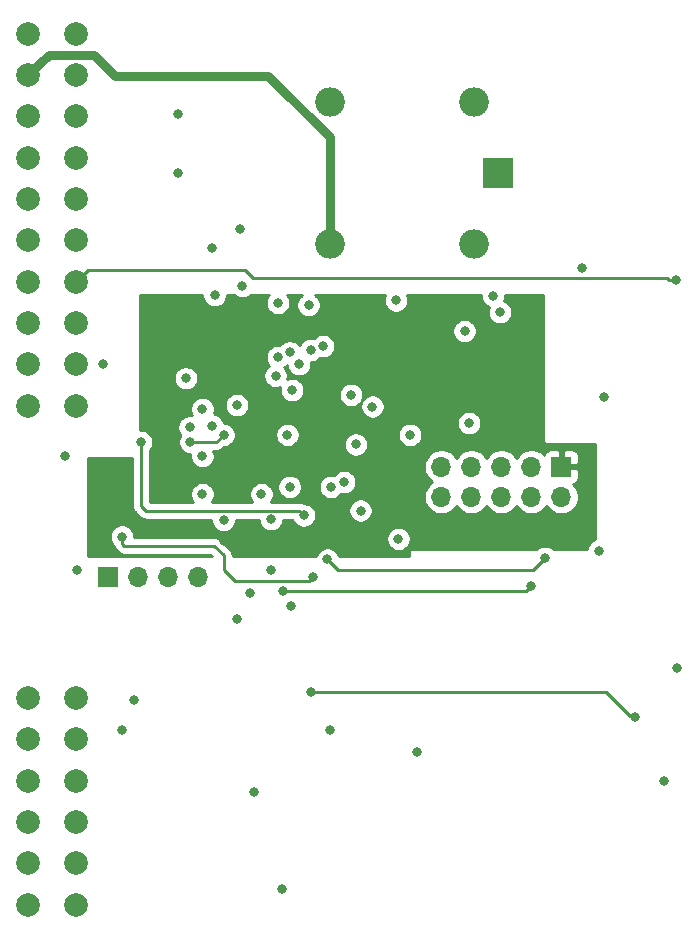
<source format=gbr>
G04 #@! TF.GenerationSoftware,KiCad,Pcbnew,(5.1.5)-3*
G04 #@! TF.CreationDate,2020-05-03T19:08:43+01:00*
G04 #@! TF.ProjectId,Isolator CAN SMT v2,49736f6c-6174-46f7-9220-43414e20534d,rev?*
G04 #@! TF.SameCoordinates,Original*
G04 #@! TF.FileFunction,Copper,L3,Inr*
G04 #@! TF.FilePolarity,Positive*
%FSLAX46Y46*%
G04 Gerber Fmt 4.6, Leading zero omitted, Abs format (unit mm)*
G04 Created by KiCad (PCBNEW (5.1.5)-3) date 2020-05-03 19:08:43*
%MOMM*%
%LPD*%
G04 APERTURE LIST*
%ADD10C,2.000000*%
%ADD11O,2.500000X2.500000*%
%ADD12R,2.500000X2.500000*%
%ADD13O,1.700000X1.700000*%
%ADD14R,1.700000X1.700000*%
%ADD15C,0.800000*%
%ADD16C,0.250000*%
%ADD17C,0.750000*%
%ADD18C,0.254000*%
G04 APERTURE END LIST*
D10*
X112080000Y-70110000D03*
X112080000Y-59610000D03*
X112080000Y-73610000D03*
X112080000Y-87610000D03*
X112080000Y-63110000D03*
X112080000Y-77110000D03*
X112080000Y-84110000D03*
X112080000Y-91110000D03*
X112080000Y-80610000D03*
X112080000Y-66610000D03*
X108080000Y-63110000D03*
X108080000Y-66610000D03*
X108080000Y-70110000D03*
X108080000Y-73610000D03*
X108080000Y-77110000D03*
X108080000Y-80610000D03*
X108080000Y-84110000D03*
X108080000Y-87610000D03*
X108080000Y-59610000D03*
X108080000Y-91110000D03*
X108080000Y-133380000D03*
X108080000Y-129880000D03*
X108080000Y-126380000D03*
X108080000Y-122880000D03*
X108080000Y-119380000D03*
X108080000Y-115880000D03*
X112080000Y-133380000D03*
X112080000Y-129880000D03*
X112080000Y-126380000D03*
X112080000Y-122880000D03*
X112080000Y-119380000D03*
X112080000Y-115880000D03*
D11*
X145800000Y-77400000D03*
X133600000Y-77400000D03*
X133600000Y-65400000D03*
X145800000Y-65400000D03*
D12*
X147800000Y-71400000D03*
D13*
X122420000Y-105600000D03*
X119880000Y-105600000D03*
X117340000Y-105600000D03*
D14*
X114800000Y-105600000D03*
X153200000Y-96300000D03*
D13*
X153200000Y-98840000D03*
X150660000Y-96300000D03*
X150660000Y-98840000D03*
X148120000Y-96300000D03*
X148120000Y-98840000D03*
X145580000Y-96300000D03*
X145580000Y-98840000D03*
X143040000Y-96300000D03*
X143040000Y-98840000D03*
D15*
X162914500Y-80485500D03*
X154927000Y-79449000D03*
X156800000Y-90400000D03*
X156400000Y-103400000D03*
X163000000Y-113350000D03*
X161912500Y-122912500D03*
X135800000Y-94400000D03*
X145400000Y-92600000D03*
X145000000Y-84800000D03*
X129187500Y-82412500D03*
X123850000Y-81750000D03*
X139200002Y-82200000D03*
X128600000Y-105000000D03*
X112200000Y-105000000D03*
X127800000Y-98600000D03*
X122800000Y-98600000D03*
X136200500Y-100000500D03*
X121400000Y-88800000D03*
X123612500Y-77787500D03*
X120750000Y-66450000D03*
X120750000Y-71450000D03*
X129996000Y-93596000D03*
X121732530Y-92949989D03*
X126200000Y-81000000D03*
X130200008Y-86600000D03*
X138931500Y-95668500D03*
X126200000Y-84000000D03*
X135600002Y-82200000D03*
X124600000Y-102600000D03*
X119200000Y-101400000D03*
X127000000Y-95000000D03*
X122800000Y-96800000D03*
X138000000Y-100000000D03*
X147500000Y-91100000D03*
X121200000Y-87400000D03*
X126800000Y-107000000D03*
X127200000Y-123800000D03*
X131000000Y-87600000D03*
X126000000Y-76200000D03*
X129000000Y-88600000D03*
X128600000Y-100725010D03*
X137200000Y-91200000D03*
X139400000Y-102400000D03*
X125732738Y-91074990D03*
X125732738Y-109200000D03*
X130200000Y-98000000D03*
X130325001Y-108074999D03*
X124600000Y-93600000D03*
X121800000Y-94200002D03*
X131800000Y-82600000D03*
X151800000Y-104000000D03*
X133397990Y-104136441D03*
X129200000Y-87000000D03*
X129600000Y-106800000D03*
X150600000Y-106400000D03*
X130400000Y-89800000D03*
X131400000Y-100400000D03*
X117600000Y-94200000D03*
X133000000Y-86075000D03*
X132200000Y-105600000D03*
X116000000Y-102200000D03*
X132000000Y-86400000D03*
X132000000Y-115400000D03*
X159412500Y-117437500D03*
X140400000Y-93600000D03*
X141000000Y-120400000D03*
X135400000Y-90200000D03*
X148000000Y-83200000D03*
X133675000Y-98000000D03*
X133600000Y-118600000D03*
X134800000Y-97600000D03*
X129510000Y-132000000D03*
X114400000Y-87600000D03*
X123600000Y-92800000D03*
X124600000Y-100800000D03*
X122800000Y-91400000D03*
X122800000Y-95400000D03*
X111200000Y-95400000D03*
X147400000Y-81800000D03*
X116000000Y-118600000D03*
X117000000Y-116000000D03*
D16*
X162914500Y-80485500D02*
X162348815Y-80485500D01*
X162138314Y-80274999D02*
X127074999Y-80274999D01*
X162348815Y-80485500D02*
X162138314Y-80274999D01*
X127074999Y-80274999D02*
X126400000Y-79600000D01*
X113090000Y-79600000D02*
X112080000Y-80610000D01*
X126400000Y-79600000D02*
X113090000Y-79600000D01*
X124600000Y-93600000D02*
X123999998Y-94200002D01*
X123999998Y-94200002D02*
X121800000Y-94200002D01*
X134261549Y-105000000D02*
X133397990Y-104136441D01*
X151800000Y-104000000D02*
X150800000Y-105000000D01*
X150800000Y-105000000D02*
X134261549Y-105000000D01*
X129600000Y-106800000D02*
X150200000Y-106800000D01*
X150200000Y-106800000D02*
X150600000Y-106400000D01*
X131000000Y-100000000D02*
X131400000Y-100400000D01*
X118000000Y-100000000D02*
X131000000Y-100000000D01*
X117600000Y-94200000D02*
X117600000Y-99600000D01*
X117600000Y-99600000D02*
X118000000Y-100000000D01*
X116000000Y-102800000D02*
X116000000Y-102200000D01*
X116200000Y-103000000D02*
X116000000Y-102800000D01*
X123800000Y-103000000D02*
X116200000Y-103000000D01*
X131800000Y-106000000D02*
X125600000Y-106000000D01*
X132200000Y-105600000D02*
X131800000Y-106000000D01*
X125600000Y-106000000D02*
X124600000Y-105000000D01*
X124600000Y-105000000D02*
X124600000Y-103800000D01*
X124600000Y-103800000D02*
X123800000Y-103000000D01*
X132000000Y-115400000D02*
X157000000Y-115400000D01*
X157000000Y-115400000D02*
X159000000Y-117400000D01*
X159000000Y-117400000D02*
X159375000Y-117400000D01*
X159375000Y-117400000D02*
X159412500Y-117437500D01*
D17*
X109790000Y-61400000D02*
X109079999Y-62110001D01*
X115400000Y-63200000D02*
X113600000Y-61400000D01*
X109079999Y-62110001D02*
X108080000Y-63110000D01*
X113600000Y-61400000D02*
X109790000Y-61400000D01*
X133600000Y-77400000D02*
X133600000Y-68400000D01*
X133600000Y-68400000D02*
X128400000Y-63200000D01*
X128400000Y-63200000D02*
X115400000Y-63200000D01*
D18*
G36*
X122815000Y-81851939D02*
G01*
X122854774Y-82051898D01*
X122932795Y-82240256D01*
X123046063Y-82409774D01*
X123190226Y-82553937D01*
X123359744Y-82667205D01*
X123548102Y-82745226D01*
X123748061Y-82785000D01*
X123951939Y-82785000D01*
X124151898Y-82745226D01*
X124340256Y-82667205D01*
X124509774Y-82553937D01*
X124653937Y-82409774D01*
X124767205Y-82240256D01*
X124845226Y-82051898D01*
X124885000Y-81851939D01*
X124885000Y-81727000D01*
X125463289Y-81727000D01*
X125540226Y-81803937D01*
X125709744Y-81917205D01*
X125898102Y-81995226D01*
X126098061Y-82035000D01*
X126301939Y-82035000D01*
X126501898Y-81995226D01*
X126690256Y-81917205D01*
X126859774Y-81803937D01*
X126936711Y-81727000D01*
X128409289Y-81727000D01*
X128383563Y-81752726D01*
X128270295Y-81922244D01*
X128192274Y-82110602D01*
X128152500Y-82310561D01*
X128152500Y-82514439D01*
X128192274Y-82714398D01*
X128270295Y-82902756D01*
X128383563Y-83072274D01*
X128527726Y-83216437D01*
X128697244Y-83329705D01*
X128885602Y-83407726D01*
X129085561Y-83447500D01*
X129289439Y-83447500D01*
X129489398Y-83407726D01*
X129677756Y-83329705D01*
X129847274Y-83216437D01*
X129991437Y-83072274D01*
X130104705Y-82902756D01*
X130182726Y-82714398D01*
X130222500Y-82514439D01*
X130222500Y-82310561D01*
X130182726Y-82110602D01*
X130104705Y-81922244D01*
X129991437Y-81752726D01*
X129965711Y-81727000D01*
X131243586Y-81727000D01*
X131140226Y-81796063D01*
X130996063Y-81940226D01*
X130882795Y-82109744D01*
X130804774Y-82298102D01*
X130765000Y-82498061D01*
X130765000Y-82701939D01*
X130804774Y-82901898D01*
X130882795Y-83090256D01*
X130996063Y-83259774D01*
X131140226Y-83403937D01*
X131309744Y-83517205D01*
X131498102Y-83595226D01*
X131698061Y-83635000D01*
X131901939Y-83635000D01*
X132101898Y-83595226D01*
X132290256Y-83517205D01*
X132459774Y-83403937D01*
X132603937Y-83259774D01*
X132717205Y-83090256D01*
X132795226Y-82901898D01*
X132835000Y-82701939D01*
X132835000Y-82498061D01*
X132795226Y-82298102D01*
X132717205Y-82109744D01*
X132603937Y-81940226D01*
X132459774Y-81796063D01*
X132356414Y-81727000D01*
X138275649Y-81727000D01*
X138204776Y-81898102D01*
X138165002Y-82098061D01*
X138165002Y-82301939D01*
X138204776Y-82501898D01*
X138282797Y-82690256D01*
X138396065Y-82859774D01*
X138540228Y-83003937D01*
X138709746Y-83117205D01*
X138898104Y-83195226D01*
X139098063Y-83235000D01*
X139301941Y-83235000D01*
X139501900Y-83195226D01*
X139690258Y-83117205D01*
X139859776Y-83003937D01*
X140003939Y-82859774D01*
X140117207Y-82690256D01*
X140195228Y-82501898D01*
X140235002Y-82301939D01*
X140235002Y-82098061D01*
X140195228Y-81898102D01*
X140124355Y-81727000D01*
X146365000Y-81727000D01*
X146365000Y-81901939D01*
X146404774Y-82101898D01*
X146482795Y-82290256D01*
X146596063Y-82459774D01*
X146740226Y-82603937D01*
X146909744Y-82717205D01*
X147054814Y-82777295D01*
X147004774Y-82898102D01*
X146965000Y-83098061D01*
X146965000Y-83301939D01*
X147004774Y-83501898D01*
X147082795Y-83690256D01*
X147196063Y-83859774D01*
X147340226Y-84003937D01*
X147509744Y-84117205D01*
X147698102Y-84195226D01*
X147898061Y-84235000D01*
X148101939Y-84235000D01*
X148301898Y-84195226D01*
X148490256Y-84117205D01*
X148659774Y-84003937D01*
X148803937Y-83859774D01*
X148917205Y-83690256D01*
X148995226Y-83501898D01*
X149035000Y-83301939D01*
X149035000Y-83098061D01*
X148995226Y-82898102D01*
X148917205Y-82709744D01*
X148803937Y-82540226D01*
X148659774Y-82396063D01*
X148490256Y-82282795D01*
X148345186Y-82222705D01*
X148395226Y-82101898D01*
X148435000Y-81901939D01*
X148435000Y-81727000D01*
X151673000Y-81727000D01*
X151673000Y-94200000D01*
X151675440Y-94224776D01*
X151682667Y-94248601D01*
X151694403Y-94270557D01*
X151710197Y-94289803D01*
X151729443Y-94305597D01*
X151751399Y-94317333D01*
X151775224Y-94324560D01*
X151800000Y-94327000D01*
X156073000Y-94327000D01*
X156073000Y-102415172D01*
X155909744Y-102482795D01*
X155740226Y-102596063D01*
X155596063Y-102740226D01*
X155482795Y-102909744D01*
X155404774Y-103098102D01*
X155369985Y-103273000D01*
X152536711Y-103273000D01*
X152459774Y-103196063D01*
X152290256Y-103082795D01*
X152101898Y-103004774D01*
X151901939Y-102965000D01*
X151698061Y-102965000D01*
X151498102Y-103004774D01*
X151309744Y-103082795D01*
X151140226Y-103196063D01*
X151063289Y-103273000D01*
X140400000Y-103273000D01*
X140375224Y-103275440D01*
X140351399Y-103282667D01*
X140329443Y-103294403D01*
X140310197Y-103310197D01*
X140294403Y-103329443D01*
X140282667Y-103351399D01*
X140275440Y-103375224D01*
X140273000Y-103400000D01*
X140273000Y-103873000D01*
X134400866Y-103873000D01*
X134393216Y-103834543D01*
X134315195Y-103646185D01*
X134201927Y-103476667D01*
X134057764Y-103332504D01*
X133888246Y-103219236D01*
X133699888Y-103141215D01*
X133499929Y-103101441D01*
X133296051Y-103101441D01*
X133096092Y-103141215D01*
X132907734Y-103219236D01*
X132738216Y-103332504D01*
X132594053Y-103476667D01*
X132480785Y-103646185D01*
X132402764Y-103834543D01*
X132395114Y-103873000D01*
X125360000Y-103873000D01*
X125360000Y-103837323D01*
X125363676Y-103800000D01*
X125360000Y-103762677D01*
X125360000Y-103762667D01*
X125349003Y-103651014D01*
X125305546Y-103507753D01*
X125234974Y-103375724D01*
X125140001Y-103259999D01*
X125111002Y-103236201D01*
X124363803Y-102489002D01*
X124340001Y-102459999D01*
X124224276Y-102365026D01*
X124098996Y-102298061D01*
X138365000Y-102298061D01*
X138365000Y-102501939D01*
X138404774Y-102701898D01*
X138482795Y-102890256D01*
X138596063Y-103059774D01*
X138740226Y-103203937D01*
X138909744Y-103317205D01*
X139098102Y-103395226D01*
X139298061Y-103435000D01*
X139501939Y-103435000D01*
X139701898Y-103395226D01*
X139890256Y-103317205D01*
X140059774Y-103203937D01*
X140203937Y-103059774D01*
X140317205Y-102890256D01*
X140395226Y-102701898D01*
X140435000Y-102501939D01*
X140435000Y-102298061D01*
X140395226Y-102098102D01*
X140317205Y-101909744D01*
X140203937Y-101740226D01*
X140059774Y-101596063D01*
X139890256Y-101482795D01*
X139701898Y-101404774D01*
X139501939Y-101365000D01*
X139298061Y-101365000D01*
X139098102Y-101404774D01*
X138909744Y-101482795D01*
X138740226Y-101596063D01*
X138596063Y-101740226D01*
X138482795Y-101909744D01*
X138404774Y-102098102D01*
X138365000Y-102298061D01*
X124098996Y-102298061D01*
X124092247Y-102294454D01*
X123948986Y-102250997D01*
X123837333Y-102240000D01*
X123837322Y-102240000D01*
X123800000Y-102236324D01*
X123762678Y-102240000D01*
X117035000Y-102240000D01*
X117035000Y-102098061D01*
X116995226Y-101898102D01*
X116917205Y-101709744D01*
X116803937Y-101540226D01*
X116659774Y-101396063D01*
X116490256Y-101282795D01*
X116301898Y-101204774D01*
X116101939Y-101165000D01*
X115898061Y-101165000D01*
X115698102Y-101204774D01*
X115509744Y-101282795D01*
X115340226Y-101396063D01*
X115196063Y-101540226D01*
X115082795Y-101709744D01*
X115004774Y-101898102D01*
X114965000Y-102098061D01*
X114965000Y-102301939D01*
X115004774Y-102501898D01*
X115082795Y-102690256D01*
X115196063Y-102859774D01*
X115247252Y-102910963D01*
X115250997Y-102948985D01*
X115284604Y-103059774D01*
X115294454Y-103092246D01*
X115365026Y-103224276D01*
X115404871Y-103272826D01*
X115459999Y-103340001D01*
X115489003Y-103363804D01*
X115636196Y-103510997D01*
X115659999Y-103540001D01*
X115775724Y-103634974D01*
X115907753Y-103705546D01*
X116051014Y-103749003D01*
X116162667Y-103760000D01*
X116162675Y-103760000D01*
X116200000Y-103763676D01*
X116237325Y-103760000D01*
X123485199Y-103760000D01*
X123598199Y-103873000D01*
X113127000Y-103873000D01*
X113127000Y-95527000D01*
X116840000Y-95527000D01*
X116840001Y-99562668D01*
X116836324Y-99600000D01*
X116850998Y-99748985D01*
X116894454Y-99892246D01*
X116965026Y-100024276D01*
X117033535Y-100107753D01*
X117060000Y-100140001D01*
X117088998Y-100163799D01*
X117436200Y-100511002D01*
X117459999Y-100540001D01*
X117575724Y-100634974D01*
X117707753Y-100705546D01*
X117851014Y-100749003D01*
X117962667Y-100760000D01*
X117962676Y-100760000D01*
X117999999Y-100763676D01*
X118037322Y-100760000D01*
X123565000Y-100760000D01*
X123565000Y-100901939D01*
X123604774Y-101101898D01*
X123682795Y-101290256D01*
X123796063Y-101459774D01*
X123940226Y-101603937D01*
X124109744Y-101717205D01*
X124298102Y-101795226D01*
X124498061Y-101835000D01*
X124701939Y-101835000D01*
X124901898Y-101795226D01*
X125090256Y-101717205D01*
X125259774Y-101603937D01*
X125403937Y-101459774D01*
X125517205Y-101290256D01*
X125595226Y-101101898D01*
X125635000Y-100901939D01*
X125635000Y-100760000D01*
X127565000Y-100760000D01*
X127565000Y-100826949D01*
X127604774Y-101026908D01*
X127682795Y-101215266D01*
X127796063Y-101384784D01*
X127940226Y-101528947D01*
X128109744Y-101642215D01*
X128298102Y-101720236D01*
X128498061Y-101760010D01*
X128701939Y-101760010D01*
X128901898Y-101720236D01*
X129090256Y-101642215D01*
X129259774Y-101528947D01*
X129403937Y-101384784D01*
X129517205Y-101215266D01*
X129595226Y-101026908D01*
X129635000Y-100826949D01*
X129635000Y-100760000D01*
X130428841Y-100760000D01*
X130482795Y-100890256D01*
X130596063Y-101059774D01*
X130740226Y-101203937D01*
X130909744Y-101317205D01*
X131098102Y-101395226D01*
X131298061Y-101435000D01*
X131501939Y-101435000D01*
X131701898Y-101395226D01*
X131890256Y-101317205D01*
X132059774Y-101203937D01*
X132203937Y-101059774D01*
X132317205Y-100890256D01*
X132395226Y-100701898D01*
X132435000Y-100501939D01*
X132435000Y-100298061D01*
X132395226Y-100098102D01*
X132317205Y-99909744D01*
X132309733Y-99898561D01*
X135165500Y-99898561D01*
X135165500Y-100102439D01*
X135205274Y-100302398D01*
X135283295Y-100490756D01*
X135396563Y-100660274D01*
X135540726Y-100804437D01*
X135710244Y-100917705D01*
X135898602Y-100995726D01*
X136098561Y-101035500D01*
X136302439Y-101035500D01*
X136502398Y-100995726D01*
X136690756Y-100917705D01*
X136860274Y-100804437D01*
X137004437Y-100660274D01*
X137117705Y-100490756D01*
X137195726Y-100302398D01*
X137235500Y-100102439D01*
X137235500Y-99898561D01*
X137195726Y-99698602D01*
X137117705Y-99510244D01*
X137004437Y-99340726D01*
X136860274Y-99196563D01*
X136690756Y-99083295D01*
X136502398Y-99005274D01*
X136302439Y-98965500D01*
X136098561Y-98965500D01*
X135898602Y-99005274D01*
X135710244Y-99083295D01*
X135540726Y-99196563D01*
X135396563Y-99340726D01*
X135283295Y-99510244D01*
X135205274Y-99698602D01*
X135165500Y-99898561D01*
X132309733Y-99898561D01*
X132203937Y-99740226D01*
X132059774Y-99596063D01*
X131890256Y-99482795D01*
X131701898Y-99404774D01*
X131501939Y-99365000D01*
X131424227Y-99365000D01*
X131292247Y-99294454D01*
X131148986Y-99250997D01*
X131037333Y-99240000D01*
X131037322Y-99240000D01*
X131000000Y-99236324D01*
X130962678Y-99240000D01*
X128617150Y-99240000D01*
X128717205Y-99090256D01*
X128795226Y-98901898D01*
X128835000Y-98701939D01*
X128835000Y-98498061D01*
X128795226Y-98298102D01*
X128717205Y-98109744D01*
X128603937Y-97940226D01*
X128561772Y-97898061D01*
X129165000Y-97898061D01*
X129165000Y-98101939D01*
X129204774Y-98301898D01*
X129282795Y-98490256D01*
X129396063Y-98659774D01*
X129540226Y-98803937D01*
X129709744Y-98917205D01*
X129898102Y-98995226D01*
X130098061Y-99035000D01*
X130301939Y-99035000D01*
X130501898Y-98995226D01*
X130690256Y-98917205D01*
X130859774Y-98803937D01*
X131003937Y-98659774D01*
X131117205Y-98490256D01*
X131195226Y-98301898D01*
X131235000Y-98101939D01*
X131235000Y-97898061D01*
X132640000Y-97898061D01*
X132640000Y-98101939D01*
X132679774Y-98301898D01*
X132757795Y-98490256D01*
X132871063Y-98659774D01*
X133015226Y-98803937D01*
X133184744Y-98917205D01*
X133373102Y-98995226D01*
X133573061Y-99035000D01*
X133776939Y-99035000D01*
X133976898Y-98995226D01*
X134165256Y-98917205D01*
X134334774Y-98803937D01*
X134478937Y-98659774D01*
X134519255Y-98599434D01*
X134698061Y-98635000D01*
X134901939Y-98635000D01*
X135101898Y-98595226D01*
X135290256Y-98517205D01*
X135459774Y-98403937D01*
X135603937Y-98259774D01*
X135717205Y-98090256D01*
X135795226Y-97901898D01*
X135835000Y-97701939D01*
X135835000Y-97498061D01*
X135795226Y-97298102D01*
X135717205Y-97109744D01*
X135603937Y-96940226D01*
X135459774Y-96796063D01*
X135290256Y-96682795D01*
X135101898Y-96604774D01*
X134901939Y-96565000D01*
X134698061Y-96565000D01*
X134498102Y-96604774D01*
X134309744Y-96682795D01*
X134140226Y-96796063D01*
X133996063Y-96940226D01*
X133955745Y-97000566D01*
X133776939Y-96965000D01*
X133573061Y-96965000D01*
X133373102Y-97004774D01*
X133184744Y-97082795D01*
X133015226Y-97196063D01*
X132871063Y-97340226D01*
X132757795Y-97509744D01*
X132679774Y-97698102D01*
X132640000Y-97898061D01*
X131235000Y-97898061D01*
X131195226Y-97698102D01*
X131117205Y-97509744D01*
X131003937Y-97340226D01*
X130859774Y-97196063D01*
X130690256Y-97082795D01*
X130501898Y-97004774D01*
X130301939Y-96965000D01*
X130098061Y-96965000D01*
X129898102Y-97004774D01*
X129709744Y-97082795D01*
X129540226Y-97196063D01*
X129396063Y-97340226D01*
X129282795Y-97509744D01*
X129204774Y-97698102D01*
X129165000Y-97898061D01*
X128561772Y-97898061D01*
X128459774Y-97796063D01*
X128290256Y-97682795D01*
X128101898Y-97604774D01*
X127901939Y-97565000D01*
X127698061Y-97565000D01*
X127498102Y-97604774D01*
X127309744Y-97682795D01*
X127140226Y-97796063D01*
X126996063Y-97940226D01*
X126882795Y-98109744D01*
X126804774Y-98298102D01*
X126765000Y-98498061D01*
X126765000Y-98701939D01*
X126804774Y-98901898D01*
X126882795Y-99090256D01*
X126982850Y-99240000D01*
X123617150Y-99240000D01*
X123717205Y-99090256D01*
X123795226Y-98901898D01*
X123835000Y-98701939D01*
X123835000Y-98498061D01*
X123795226Y-98298102D01*
X123717205Y-98109744D01*
X123603937Y-97940226D01*
X123459774Y-97796063D01*
X123290256Y-97682795D01*
X123101898Y-97604774D01*
X122901939Y-97565000D01*
X122698061Y-97565000D01*
X122498102Y-97604774D01*
X122309744Y-97682795D01*
X122140226Y-97796063D01*
X121996063Y-97940226D01*
X121882795Y-98109744D01*
X121804774Y-98298102D01*
X121765000Y-98498061D01*
X121765000Y-98701939D01*
X121804774Y-98901898D01*
X121882795Y-99090256D01*
X121982850Y-99240000D01*
X118360000Y-99240000D01*
X118360000Y-94903711D01*
X118403937Y-94859774D01*
X118517205Y-94690256D01*
X118595226Y-94501898D01*
X118635000Y-94301939D01*
X118635000Y-94098061D01*
X118595226Y-93898102D01*
X118517205Y-93709744D01*
X118403937Y-93540226D01*
X118259774Y-93396063D01*
X118090256Y-93282795D01*
X117901898Y-93204774D01*
X117701939Y-93165000D01*
X117527000Y-93165000D01*
X117527000Y-92848050D01*
X120697530Y-92848050D01*
X120697530Y-93051928D01*
X120737304Y-93251887D01*
X120815325Y-93440245D01*
X120928593Y-93609763D01*
X120941187Y-93622357D01*
X120882795Y-93709746D01*
X120804774Y-93898104D01*
X120765000Y-94098063D01*
X120765000Y-94301941D01*
X120804774Y-94501900D01*
X120882795Y-94690258D01*
X120996063Y-94859776D01*
X121140226Y-95003939D01*
X121309744Y-95117207D01*
X121498102Y-95195228D01*
X121698061Y-95235002D01*
X121777543Y-95235002D01*
X121765000Y-95298061D01*
X121765000Y-95501939D01*
X121804774Y-95701898D01*
X121882795Y-95890256D01*
X121996063Y-96059774D01*
X122140226Y-96203937D01*
X122309744Y-96317205D01*
X122498102Y-96395226D01*
X122698061Y-96435000D01*
X122901939Y-96435000D01*
X123101898Y-96395226D01*
X123290256Y-96317205D01*
X123459774Y-96203937D01*
X123509971Y-96153740D01*
X141555000Y-96153740D01*
X141555000Y-96446260D01*
X141612068Y-96733158D01*
X141724010Y-97003411D01*
X141886525Y-97246632D01*
X142093368Y-97453475D01*
X142267760Y-97570000D01*
X142093368Y-97686525D01*
X141886525Y-97893368D01*
X141724010Y-98136589D01*
X141612068Y-98406842D01*
X141555000Y-98693740D01*
X141555000Y-98986260D01*
X141612068Y-99273158D01*
X141724010Y-99543411D01*
X141886525Y-99786632D01*
X142093368Y-99993475D01*
X142336589Y-100155990D01*
X142606842Y-100267932D01*
X142893740Y-100325000D01*
X143186260Y-100325000D01*
X143473158Y-100267932D01*
X143743411Y-100155990D01*
X143986632Y-99993475D01*
X144193475Y-99786632D01*
X144310000Y-99612240D01*
X144426525Y-99786632D01*
X144633368Y-99993475D01*
X144876589Y-100155990D01*
X145146842Y-100267932D01*
X145433740Y-100325000D01*
X145726260Y-100325000D01*
X146013158Y-100267932D01*
X146283411Y-100155990D01*
X146526632Y-99993475D01*
X146733475Y-99786632D01*
X146850000Y-99612240D01*
X146966525Y-99786632D01*
X147173368Y-99993475D01*
X147416589Y-100155990D01*
X147686842Y-100267932D01*
X147973740Y-100325000D01*
X148266260Y-100325000D01*
X148553158Y-100267932D01*
X148823411Y-100155990D01*
X149066632Y-99993475D01*
X149273475Y-99786632D01*
X149390000Y-99612240D01*
X149506525Y-99786632D01*
X149713368Y-99993475D01*
X149956589Y-100155990D01*
X150226842Y-100267932D01*
X150513740Y-100325000D01*
X150806260Y-100325000D01*
X151093158Y-100267932D01*
X151363411Y-100155990D01*
X151606632Y-99993475D01*
X151813475Y-99786632D01*
X151930000Y-99612240D01*
X152046525Y-99786632D01*
X152253368Y-99993475D01*
X152496589Y-100155990D01*
X152766842Y-100267932D01*
X153053740Y-100325000D01*
X153346260Y-100325000D01*
X153633158Y-100267932D01*
X153903411Y-100155990D01*
X154146632Y-99993475D01*
X154353475Y-99786632D01*
X154515990Y-99543411D01*
X154627932Y-99273158D01*
X154685000Y-98986260D01*
X154685000Y-98693740D01*
X154627932Y-98406842D01*
X154515990Y-98136589D01*
X154353475Y-97893368D01*
X154221620Y-97761513D01*
X154294180Y-97739502D01*
X154404494Y-97680537D01*
X154501185Y-97601185D01*
X154580537Y-97504494D01*
X154639502Y-97394180D01*
X154675812Y-97274482D01*
X154688072Y-97150000D01*
X154685000Y-96585750D01*
X154526250Y-96427000D01*
X153327000Y-96427000D01*
X153327000Y-96447000D01*
X153073000Y-96447000D01*
X153073000Y-96427000D01*
X153053000Y-96427000D01*
X153053000Y-96173000D01*
X153073000Y-96173000D01*
X153073000Y-94973750D01*
X153327000Y-94973750D01*
X153327000Y-96173000D01*
X154526250Y-96173000D01*
X154685000Y-96014250D01*
X154688072Y-95450000D01*
X154675812Y-95325518D01*
X154639502Y-95205820D01*
X154580537Y-95095506D01*
X154501185Y-94998815D01*
X154404494Y-94919463D01*
X154294180Y-94860498D01*
X154174482Y-94824188D01*
X154050000Y-94811928D01*
X153485750Y-94815000D01*
X153327000Y-94973750D01*
X153073000Y-94973750D01*
X152914250Y-94815000D01*
X152350000Y-94811928D01*
X152225518Y-94824188D01*
X152105820Y-94860498D01*
X151995506Y-94919463D01*
X151898815Y-94998815D01*
X151819463Y-95095506D01*
X151760498Y-95205820D01*
X151738487Y-95278380D01*
X151606632Y-95146525D01*
X151363411Y-94984010D01*
X151093158Y-94872068D01*
X150806260Y-94815000D01*
X150513740Y-94815000D01*
X150226842Y-94872068D01*
X149956589Y-94984010D01*
X149713368Y-95146525D01*
X149506525Y-95353368D01*
X149390000Y-95527760D01*
X149273475Y-95353368D01*
X149066632Y-95146525D01*
X148823411Y-94984010D01*
X148553158Y-94872068D01*
X148266260Y-94815000D01*
X147973740Y-94815000D01*
X147686842Y-94872068D01*
X147416589Y-94984010D01*
X147173368Y-95146525D01*
X146966525Y-95353368D01*
X146850000Y-95527760D01*
X146733475Y-95353368D01*
X146526632Y-95146525D01*
X146283411Y-94984010D01*
X146013158Y-94872068D01*
X145726260Y-94815000D01*
X145433740Y-94815000D01*
X145146842Y-94872068D01*
X144876589Y-94984010D01*
X144633368Y-95146525D01*
X144426525Y-95353368D01*
X144310000Y-95527760D01*
X144193475Y-95353368D01*
X143986632Y-95146525D01*
X143743411Y-94984010D01*
X143473158Y-94872068D01*
X143186260Y-94815000D01*
X142893740Y-94815000D01*
X142606842Y-94872068D01*
X142336589Y-94984010D01*
X142093368Y-95146525D01*
X141886525Y-95353368D01*
X141724010Y-95596589D01*
X141612068Y-95866842D01*
X141555000Y-96153740D01*
X123509971Y-96153740D01*
X123603937Y-96059774D01*
X123717205Y-95890256D01*
X123795226Y-95701898D01*
X123835000Y-95501939D01*
X123835000Y-95298061D01*
X123795226Y-95098102D01*
X123738023Y-94960002D01*
X123962676Y-94960002D01*
X123999998Y-94963678D01*
X124037320Y-94960002D01*
X124037331Y-94960002D01*
X124148984Y-94949005D01*
X124292245Y-94905548D01*
X124424274Y-94834976D01*
X124539999Y-94740003D01*
X124563801Y-94711000D01*
X124639801Y-94635000D01*
X124701939Y-94635000D01*
X124901898Y-94595226D01*
X125090256Y-94517205D01*
X125259774Y-94403937D01*
X125403937Y-94259774D01*
X125517205Y-94090256D01*
X125595226Y-93901898D01*
X125635000Y-93701939D01*
X125635000Y-93498061D01*
X125634205Y-93494061D01*
X128961000Y-93494061D01*
X128961000Y-93697939D01*
X129000774Y-93897898D01*
X129078795Y-94086256D01*
X129192063Y-94255774D01*
X129336226Y-94399937D01*
X129505744Y-94513205D01*
X129694102Y-94591226D01*
X129894061Y-94631000D01*
X130097939Y-94631000D01*
X130297898Y-94591226D01*
X130486256Y-94513205D01*
X130655774Y-94399937D01*
X130757650Y-94298061D01*
X134765000Y-94298061D01*
X134765000Y-94501939D01*
X134804774Y-94701898D01*
X134882795Y-94890256D01*
X134996063Y-95059774D01*
X135140226Y-95203937D01*
X135309744Y-95317205D01*
X135498102Y-95395226D01*
X135698061Y-95435000D01*
X135901939Y-95435000D01*
X136101898Y-95395226D01*
X136290256Y-95317205D01*
X136459774Y-95203937D01*
X136603937Y-95059774D01*
X136717205Y-94890256D01*
X136795226Y-94701898D01*
X136835000Y-94501939D01*
X136835000Y-94298061D01*
X136795226Y-94098102D01*
X136717205Y-93909744D01*
X136603937Y-93740226D01*
X136459774Y-93596063D01*
X136313104Y-93498061D01*
X139365000Y-93498061D01*
X139365000Y-93701939D01*
X139404774Y-93901898D01*
X139482795Y-94090256D01*
X139596063Y-94259774D01*
X139740226Y-94403937D01*
X139909744Y-94517205D01*
X140098102Y-94595226D01*
X140298061Y-94635000D01*
X140501939Y-94635000D01*
X140701898Y-94595226D01*
X140890256Y-94517205D01*
X141059774Y-94403937D01*
X141203937Y-94259774D01*
X141317205Y-94090256D01*
X141395226Y-93901898D01*
X141435000Y-93701939D01*
X141435000Y-93498061D01*
X141395226Y-93298102D01*
X141317205Y-93109744D01*
X141203937Y-92940226D01*
X141059774Y-92796063D01*
X140890256Y-92682795D01*
X140701898Y-92604774D01*
X140501939Y-92565000D01*
X140298061Y-92565000D01*
X140098102Y-92604774D01*
X139909744Y-92682795D01*
X139740226Y-92796063D01*
X139596063Y-92940226D01*
X139482795Y-93109744D01*
X139404774Y-93298102D01*
X139365000Y-93498061D01*
X136313104Y-93498061D01*
X136290256Y-93482795D01*
X136101898Y-93404774D01*
X135901939Y-93365000D01*
X135698061Y-93365000D01*
X135498102Y-93404774D01*
X135309744Y-93482795D01*
X135140226Y-93596063D01*
X134996063Y-93740226D01*
X134882795Y-93909744D01*
X134804774Y-94098102D01*
X134765000Y-94298061D01*
X130757650Y-94298061D01*
X130799937Y-94255774D01*
X130913205Y-94086256D01*
X130991226Y-93897898D01*
X131031000Y-93697939D01*
X131031000Y-93494061D01*
X130991226Y-93294102D01*
X130913205Y-93105744D01*
X130799937Y-92936226D01*
X130655774Y-92792063D01*
X130486256Y-92678795D01*
X130297898Y-92600774D01*
X130097939Y-92561000D01*
X129894061Y-92561000D01*
X129694102Y-92600774D01*
X129505744Y-92678795D01*
X129336226Y-92792063D01*
X129192063Y-92936226D01*
X129078795Y-93105744D01*
X129000774Y-93294102D01*
X128961000Y-93494061D01*
X125634205Y-93494061D01*
X125595226Y-93298102D01*
X125517205Y-93109744D01*
X125403937Y-92940226D01*
X125259774Y-92796063D01*
X125090256Y-92682795D01*
X124901898Y-92604774D01*
X124701939Y-92565000D01*
X124608533Y-92565000D01*
X124595226Y-92498102D01*
X124595210Y-92498061D01*
X144365000Y-92498061D01*
X144365000Y-92701939D01*
X144404774Y-92901898D01*
X144482795Y-93090256D01*
X144596063Y-93259774D01*
X144740226Y-93403937D01*
X144909744Y-93517205D01*
X145098102Y-93595226D01*
X145298061Y-93635000D01*
X145501939Y-93635000D01*
X145701898Y-93595226D01*
X145890256Y-93517205D01*
X146059774Y-93403937D01*
X146203937Y-93259774D01*
X146317205Y-93090256D01*
X146395226Y-92901898D01*
X146435000Y-92701939D01*
X146435000Y-92498061D01*
X146395226Y-92298102D01*
X146317205Y-92109744D01*
X146203937Y-91940226D01*
X146059774Y-91796063D01*
X145890256Y-91682795D01*
X145701898Y-91604774D01*
X145501939Y-91565000D01*
X145298061Y-91565000D01*
X145098102Y-91604774D01*
X144909744Y-91682795D01*
X144740226Y-91796063D01*
X144596063Y-91940226D01*
X144482795Y-92109744D01*
X144404774Y-92298102D01*
X144365000Y-92498061D01*
X124595210Y-92498061D01*
X124517205Y-92309744D01*
X124403937Y-92140226D01*
X124259774Y-91996063D01*
X124090256Y-91882795D01*
X123901898Y-91804774D01*
X123763977Y-91777340D01*
X123795226Y-91701898D01*
X123835000Y-91501939D01*
X123835000Y-91298061D01*
X123795226Y-91098102D01*
X123743428Y-90973051D01*
X124697738Y-90973051D01*
X124697738Y-91176929D01*
X124737512Y-91376888D01*
X124815533Y-91565246D01*
X124928801Y-91734764D01*
X125072964Y-91878927D01*
X125242482Y-91992195D01*
X125430840Y-92070216D01*
X125630799Y-92109990D01*
X125834677Y-92109990D01*
X126034636Y-92070216D01*
X126222994Y-91992195D01*
X126392512Y-91878927D01*
X126536675Y-91734764D01*
X126649943Y-91565246D01*
X126727964Y-91376888D01*
X126767738Y-91176929D01*
X126767738Y-90973051D01*
X126727964Y-90773092D01*
X126649943Y-90584734D01*
X126536675Y-90415216D01*
X126392512Y-90271053D01*
X126222994Y-90157785D01*
X126034636Y-90079764D01*
X125834677Y-90039990D01*
X125630799Y-90039990D01*
X125430840Y-90079764D01*
X125242482Y-90157785D01*
X125072964Y-90271053D01*
X124928801Y-90415216D01*
X124815533Y-90584734D01*
X124737512Y-90773092D01*
X124697738Y-90973051D01*
X123743428Y-90973051D01*
X123717205Y-90909744D01*
X123603937Y-90740226D01*
X123459774Y-90596063D01*
X123290256Y-90482795D01*
X123101898Y-90404774D01*
X122901939Y-90365000D01*
X122698061Y-90365000D01*
X122498102Y-90404774D01*
X122309744Y-90482795D01*
X122140226Y-90596063D01*
X121996063Y-90740226D01*
X121882795Y-90909744D01*
X121804774Y-91098102D01*
X121765000Y-91298061D01*
X121765000Y-91501939D01*
X121804774Y-91701898D01*
X121882795Y-91890256D01*
X121909262Y-91929866D01*
X121834469Y-91914989D01*
X121630591Y-91914989D01*
X121430632Y-91954763D01*
X121242274Y-92032784D01*
X121072756Y-92146052D01*
X120928593Y-92290215D01*
X120815325Y-92459733D01*
X120737304Y-92648091D01*
X120697530Y-92848050D01*
X117527000Y-92848050D01*
X117527000Y-88698061D01*
X120365000Y-88698061D01*
X120365000Y-88901939D01*
X120404774Y-89101898D01*
X120482795Y-89290256D01*
X120596063Y-89459774D01*
X120740226Y-89603937D01*
X120909744Y-89717205D01*
X121098102Y-89795226D01*
X121298061Y-89835000D01*
X121501939Y-89835000D01*
X121701898Y-89795226D01*
X121890256Y-89717205D01*
X122059774Y-89603937D01*
X122203937Y-89459774D01*
X122317205Y-89290256D01*
X122395226Y-89101898D01*
X122435000Y-88901939D01*
X122435000Y-88698061D01*
X122395226Y-88498102D01*
X122395210Y-88498061D01*
X127965000Y-88498061D01*
X127965000Y-88701939D01*
X128004774Y-88901898D01*
X128082795Y-89090256D01*
X128196063Y-89259774D01*
X128340226Y-89403937D01*
X128509744Y-89517205D01*
X128698102Y-89595226D01*
X128898061Y-89635000D01*
X129101939Y-89635000D01*
X129301898Y-89595226D01*
X129392958Y-89557508D01*
X129365000Y-89698061D01*
X129365000Y-89901939D01*
X129404774Y-90101898D01*
X129482795Y-90290256D01*
X129596063Y-90459774D01*
X129740226Y-90603937D01*
X129909744Y-90717205D01*
X130098102Y-90795226D01*
X130298061Y-90835000D01*
X130501939Y-90835000D01*
X130701898Y-90795226D01*
X130890256Y-90717205D01*
X131059774Y-90603937D01*
X131203937Y-90459774D01*
X131317205Y-90290256D01*
X131395226Y-90101898D01*
X131395989Y-90098061D01*
X134365000Y-90098061D01*
X134365000Y-90301939D01*
X134404774Y-90501898D01*
X134482795Y-90690256D01*
X134596063Y-90859774D01*
X134740226Y-91003937D01*
X134909744Y-91117205D01*
X135098102Y-91195226D01*
X135298061Y-91235000D01*
X135501939Y-91235000D01*
X135701898Y-91195226D01*
X135890256Y-91117205D01*
X136059774Y-91003937D01*
X136203937Y-90859774D01*
X136247910Y-90793964D01*
X136204774Y-90898102D01*
X136165000Y-91098061D01*
X136165000Y-91301939D01*
X136204774Y-91501898D01*
X136282795Y-91690256D01*
X136396063Y-91859774D01*
X136540226Y-92003937D01*
X136709744Y-92117205D01*
X136898102Y-92195226D01*
X137098061Y-92235000D01*
X137301939Y-92235000D01*
X137501898Y-92195226D01*
X137690256Y-92117205D01*
X137859774Y-92003937D01*
X138003937Y-91859774D01*
X138117205Y-91690256D01*
X138195226Y-91501898D01*
X138235000Y-91301939D01*
X138235000Y-91098061D01*
X138195226Y-90898102D01*
X138117205Y-90709744D01*
X138003937Y-90540226D01*
X137859774Y-90396063D01*
X137690256Y-90282795D01*
X137501898Y-90204774D01*
X137301939Y-90165000D01*
X137098061Y-90165000D01*
X136898102Y-90204774D01*
X136709744Y-90282795D01*
X136540226Y-90396063D01*
X136396063Y-90540226D01*
X136352090Y-90606036D01*
X136395226Y-90501898D01*
X136435000Y-90301939D01*
X136435000Y-90098061D01*
X136395226Y-89898102D01*
X136317205Y-89709744D01*
X136203937Y-89540226D01*
X136059774Y-89396063D01*
X135890256Y-89282795D01*
X135701898Y-89204774D01*
X135501939Y-89165000D01*
X135298061Y-89165000D01*
X135098102Y-89204774D01*
X134909744Y-89282795D01*
X134740226Y-89396063D01*
X134596063Y-89540226D01*
X134482795Y-89709744D01*
X134404774Y-89898102D01*
X134365000Y-90098061D01*
X131395989Y-90098061D01*
X131435000Y-89901939D01*
X131435000Y-89698061D01*
X131395226Y-89498102D01*
X131317205Y-89309744D01*
X131203937Y-89140226D01*
X131059774Y-88996063D01*
X130890256Y-88882795D01*
X130701898Y-88804774D01*
X130501939Y-88765000D01*
X130298061Y-88765000D01*
X130098102Y-88804774D01*
X130007042Y-88842492D01*
X130035000Y-88701939D01*
X130035000Y-88498061D01*
X129995226Y-88298102D01*
X129917205Y-88109744D01*
X129803937Y-87940226D01*
X129744603Y-87880892D01*
X129859774Y-87803937D01*
X129965000Y-87698711D01*
X129965000Y-87701939D01*
X130004774Y-87901898D01*
X130082795Y-88090256D01*
X130196063Y-88259774D01*
X130340226Y-88403937D01*
X130509744Y-88517205D01*
X130698102Y-88595226D01*
X130898061Y-88635000D01*
X131101939Y-88635000D01*
X131301898Y-88595226D01*
X131490256Y-88517205D01*
X131659774Y-88403937D01*
X131803937Y-88259774D01*
X131917205Y-88090256D01*
X131995226Y-87901898D01*
X132035000Y-87701939D01*
X132035000Y-87498061D01*
X132022456Y-87435000D01*
X132101939Y-87435000D01*
X132301898Y-87395226D01*
X132490256Y-87317205D01*
X132659774Y-87203937D01*
X132777660Y-87086051D01*
X132898061Y-87110000D01*
X133101939Y-87110000D01*
X133301898Y-87070226D01*
X133490256Y-86992205D01*
X133659774Y-86878937D01*
X133803937Y-86734774D01*
X133917205Y-86565256D01*
X133995226Y-86376898D01*
X134035000Y-86176939D01*
X134035000Y-85973061D01*
X133995226Y-85773102D01*
X133917205Y-85584744D01*
X133803937Y-85415226D01*
X133659774Y-85271063D01*
X133490256Y-85157795D01*
X133301898Y-85079774D01*
X133101939Y-85040000D01*
X132898061Y-85040000D01*
X132698102Y-85079774D01*
X132509744Y-85157795D01*
X132340226Y-85271063D01*
X132222340Y-85388949D01*
X132101939Y-85365000D01*
X131898061Y-85365000D01*
X131698102Y-85404774D01*
X131509744Y-85482795D01*
X131340226Y-85596063D01*
X131196063Y-85740226D01*
X131082795Y-85909744D01*
X131044826Y-86001409D01*
X131003945Y-85940226D01*
X130859782Y-85796063D01*
X130690264Y-85682795D01*
X130501906Y-85604774D01*
X130301947Y-85565000D01*
X130098069Y-85565000D01*
X129898110Y-85604774D01*
X129709752Y-85682795D01*
X129540234Y-85796063D01*
X129396071Y-85940226D01*
X129370416Y-85978621D01*
X129301939Y-85965000D01*
X129098061Y-85965000D01*
X128898102Y-86004774D01*
X128709744Y-86082795D01*
X128540226Y-86196063D01*
X128396063Y-86340226D01*
X128282795Y-86509744D01*
X128204774Y-86698102D01*
X128165000Y-86898061D01*
X128165000Y-87101939D01*
X128204774Y-87301898D01*
X128282795Y-87490256D01*
X128396063Y-87659774D01*
X128455397Y-87719108D01*
X128340226Y-87796063D01*
X128196063Y-87940226D01*
X128082795Y-88109744D01*
X128004774Y-88298102D01*
X127965000Y-88498061D01*
X122395210Y-88498061D01*
X122317205Y-88309744D01*
X122203937Y-88140226D01*
X122059774Y-87996063D01*
X121890256Y-87882795D01*
X121701898Y-87804774D01*
X121501939Y-87765000D01*
X121298061Y-87765000D01*
X121098102Y-87804774D01*
X120909744Y-87882795D01*
X120740226Y-87996063D01*
X120596063Y-88140226D01*
X120482795Y-88309744D01*
X120404774Y-88498102D01*
X120365000Y-88698061D01*
X117527000Y-88698061D01*
X117527000Y-84698061D01*
X143965000Y-84698061D01*
X143965000Y-84901939D01*
X144004774Y-85101898D01*
X144082795Y-85290256D01*
X144196063Y-85459774D01*
X144340226Y-85603937D01*
X144509744Y-85717205D01*
X144698102Y-85795226D01*
X144898061Y-85835000D01*
X145101939Y-85835000D01*
X145301898Y-85795226D01*
X145490256Y-85717205D01*
X145659774Y-85603937D01*
X145803937Y-85459774D01*
X145917205Y-85290256D01*
X145995226Y-85101898D01*
X146035000Y-84901939D01*
X146035000Y-84698061D01*
X145995226Y-84498102D01*
X145917205Y-84309744D01*
X145803937Y-84140226D01*
X145659774Y-83996063D01*
X145490256Y-83882795D01*
X145301898Y-83804774D01*
X145101939Y-83765000D01*
X144898061Y-83765000D01*
X144698102Y-83804774D01*
X144509744Y-83882795D01*
X144340226Y-83996063D01*
X144196063Y-84140226D01*
X144082795Y-84309744D01*
X144004774Y-84498102D01*
X143965000Y-84698061D01*
X117527000Y-84698061D01*
X117527000Y-81727000D01*
X122815000Y-81727000D01*
X122815000Y-81851939D01*
G37*
X122815000Y-81851939D02*
X122854774Y-82051898D01*
X122932795Y-82240256D01*
X123046063Y-82409774D01*
X123190226Y-82553937D01*
X123359744Y-82667205D01*
X123548102Y-82745226D01*
X123748061Y-82785000D01*
X123951939Y-82785000D01*
X124151898Y-82745226D01*
X124340256Y-82667205D01*
X124509774Y-82553937D01*
X124653937Y-82409774D01*
X124767205Y-82240256D01*
X124845226Y-82051898D01*
X124885000Y-81851939D01*
X124885000Y-81727000D01*
X125463289Y-81727000D01*
X125540226Y-81803937D01*
X125709744Y-81917205D01*
X125898102Y-81995226D01*
X126098061Y-82035000D01*
X126301939Y-82035000D01*
X126501898Y-81995226D01*
X126690256Y-81917205D01*
X126859774Y-81803937D01*
X126936711Y-81727000D01*
X128409289Y-81727000D01*
X128383563Y-81752726D01*
X128270295Y-81922244D01*
X128192274Y-82110602D01*
X128152500Y-82310561D01*
X128152500Y-82514439D01*
X128192274Y-82714398D01*
X128270295Y-82902756D01*
X128383563Y-83072274D01*
X128527726Y-83216437D01*
X128697244Y-83329705D01*
X128885602Y-83407726D01*
X129085561Y-83447500D01*
X129289439Y-83447500D01*
X129489398Y-83407726D01*
X129677756Y-83329705D01*
X129847274Y-83216437D01*
X129991437Y-83072274D01*
X130104705Y-82902756D01*
X130182726Y-82714398D01*
X130222500Y-82514439D01*
X130222500Y-82310561D01*
X130182726Y-82110602D01*
X130104705Y-81922244D01*
X129991437Y-81752726D01*
X129965711Y-81727000D01*
X131243586Y-81727000D01*
X131140226Y-81796063D01*
X130996063Y-81940226D01*
X130882795Y-82109744D01*
X130804774Y-82298102D01*
X130765000Y-82498061D01*
X130765000Y-82701939D01*
X130804774Y-82901898D01*
X130882795Y-83090256D01*
X130996063Y-83259774D01*
X131140226Y-83403937D01*
X131309744Y-83517205D01*
X131498102Y-83595226D01*
X131698061Y-83635000D01*
X131901939Y-83635000D01*
X132101898Y-83595226D01*
X132290256Y-83517205D01*
X132459774Y-83403937D01*
X132603937Y-83259774D01*
X132717205Y-83090256D01*
X132795226Y-82901898D01*
X132835000Y-82701939D01*
X132835000Y-82498061D01*
X132795226Y-82298102D01*
X132717205Y-82109744D01*
X132603937Y-81940226D01*
X132459774Y-81796063D01*
X132356414Y-81727000D01*
X138275649Y-81727000D01*
X138204776Y-81898102D01*
X138165002Y-82098061D01*
X138165002Y-82301939D01*
X138204776Y-82501898D01*
X138282797Y-82690256D01*
X138396065Y-82859774D01*
X138540228Y-83003937D01*
X138709746Y-83117205D01*
X138898104Y-83195226D01*
X139098063Y-83235000D01*
X139301941Y-83235000D01*
X139501900Y-83195226D01*
X139690258Y-83117205D01*
X139859776Y-83003937D01*
X140003939Y-82859774D01*
X140117207Y-82690256D01*
X140195228Y-82501898D01*
X140235002Y-82301939D01*
X140235002Y-82098061D01*
X140195228Y-81898102D01*
X140124355Y-81727000D01*
X146365000Y-81727000D01*
X146365000Y-81901939D01*
X146404774Y-82101898D01*
X146482795Y-82290256D01*
X146596063Y-82459774D01*
X146740226Y-82603937D01*
X146909744Y-82717205D01*
X147054814Y-82777295D01*
X147004774Y-82898102D01*
X146965000Y-83098061D01*
X146965000Y-83301939D01*
X147004774Y-83501898D01*
X147082795Y-83690256D01*
X147196063Y-83859774D01*
X147340226Y-84003937D01*
X147509744Y-84117205D01*
X147698102Y-84195226D01*
X147898061Y-84235000D01*
X148101939Y-84235000D01*
X148301898Y-84195226D01*
X148490256Y-84117205D01*
X148659774Y-84003937D01*
X148803937Y-83859774D01*
X148917205Y-83690256D01*
X148995226Y-83501898D01*
X149035000Y-83301939D01*
X149035000Y-83098061D01*
X148995226Y-82898102D01*
X148917205Y-82709744D01*
X148803937Y-82540226D01*
X148659774Y-82396063D01*
X148490256Y-82282795D01*
X148345186Y-82222705D01*
X148395226Y-82101898D01*
X148435000Y-81901939D01*
X148435000Y-81727000D01*
X151673000Y-81727000D01*
X151673000Y-94200000D01*
X151675440Y-94224776D01*
X151682667Y-94248601D01*
X151694403Y-94270557D01*
X151710197Y-94289803D01*
X151729443Y-94305597D01*
X151751399Y-94317333D01*
X151775224Y-94324560D01*
X151800000Y-94327000D01*
X156073000Y-94327000D01*
X156073000Y-102415172D01*
X155909744Y-102482795D01*
X155740226Y-102596063D01*
X155596063Y-102740226D01*
X155482795Y-102909744D01*
X155404774Y-103098102D01*
X155369985Y-103273000D01*
X152536711Y-103273000D01*
X152459774Y-103196063D01*
X152290256Y-103082795D01*
X152101898Y-103004774D01*
X151901939Y-102965000D01*
X151698061Y-102965000D01*
X151498102Y-103004774D01*
X151309744Y-103082795D01*
X151140226Y-103196063D01*
X151063289Y-103273000D01*
X140400000Y-103273000D01*
X140375224Y-103275440D01*
X140351399Y-103282667D01*
X140329443Y-103294403D01*
X140310197Y-103310197D01*
X140294403Y-103329443D01*
X140282667Y-103351399D01*
X140275440Y-103375224D01*
X140273000Y-103400000D01*
X140273000Y-103873000D01*
X134400866Y-103873000D01*
X134393216Y-103834543D01*
X134315195Y-103646185D01*
X134201927Y-103476667D01*
X134057764Y-103332504D01*
X133888246Y-103219236D01*
X133699888Y-103141215D01*
X133499929Y-103101441D01*
X133296051Y-103101441D01*
X133096092Y-103141215D01*
X132907734Y-103219236D01*
X132738216Y-103332504D01*
X132594053Y-103476667D01*
X132480785Y-103646185D01*
X132402764Y-103834543D01*
X132395114Y-103873000D01*
X125360000Y-103873000D01*
X125360000Y-103837323D01*
X125363676Y-103800000D01*
X125360000Y-103762677D01*
X125360000Y-103762667D01*
X125349003Y-103651014D01*
X125305546Y-103507753D01*
X125234974Y-103375724D01*
X125140001Y-103259999D01*
X125111002Y-103236201D01*
X124363803Y-102489002D01*
X124340001Y-102459999D01*
X124224276Y-102365026D01*
X124098996Y-102298061D01*
X138365000Y-102298061D01*
X138365000Y-102501939D01*
X138404774Y-102701898D01*
X138482795Y-102890256D01*
X138596063Y-103059774D01*
X138740226Y-103203937D01*
X138909744Y-103317205D01*
X139098102Y-103395226D01*
X139298061Y-103435000D01*
X139501939Y-103435000D01*
X139701898Y-103395226D01*
X139890256Y-103317205D01*
X140059774Y-103203937D01*
X140203937Y-103059774D01*
X140317205Y-102890256D01*
X140395226Y-102701898D01*
X140435000Y-102501939D01*
X140435000Y-102298061D01*
X140395226Y-102098102D01*
X140317205Y-101909744D01*
X140203937Y-101740226D01*
X140059774Y-101596063D01*
X139890256Y-101482795D01*
X139701898Y-101404774D01*
X139501939Y-101365000D01*
X139298061Y-101365000D01*
X139098102Y-101404774D01*
X138909744Y-101482795D01*
X138740226Y-101596063D01*
X138596063Y-101740226D01*
X138482795Y-101909744D01*
X138404774Y-102098102D01*
X138365000Y-102298061D01*
X124098996Y-102298061D01*
X124092247Y-102294454D01*
X123948986Y-102250997D01*
X123837333Y-102240000D01*
X123837322Y-102240000D01*
X123800000Y-102236324D01*
X123762678Y-102240000D01*
X117035000Y-102240000D01*
X117035000Y-102098061D01*
X116995226Y-101898102D01*
X116917205Y-101709744D01*
X116803937Y-101540226D01*
X116659774Y-101396063D01*
X116490256Y-101282795D01*
X116301898Y-101204774D01*
X116101939Y-101165000D01*
X115898061Y-101165000D01*
X115698102Y-101204774D01*
X115509744Y-101282795D01*
X115340226Y-101396063D01*
X115196063Y-101540226D01*
X115082795Y-101709744D01*
X115004774Y-101898102D01*
X114965000Y-102098061D01*
X114965000Y-102301939D01*
X115004774Y-102501898D01*
X115082795Y-102690256D01*
X115196063Y-102859774D01*
X115247252Y-102910963D01*
X115250997Y-102948985D01*
X115284604Y-103059774D01*
X115294454Y-103092246D01*
X115365026Y-103224276D01*
X115404871Y-103272826D01*
X115459999Y-103340001D01*
X115489003Y-103363804D01*
X115636196Y-103510997D01*
X115659999Y-103540001D01*
X115775724Y-103634974D01*
X115907753Y-103705546D01*
X116051014Y-103749003D01*
X116162667Y-103760000D01*
X116162675Y-103760000D01*
X116200000Y-103763676D01*
X116237325Y-103760000D01*
X123485199Y-103760000D01*
X123598199Y-103873000D01*
X113127000Y-103873000D01*
X113127000Y-95527000D01*
X116840000Y-95527000D01*
X116840001Y-99562668D01*
X116836324Y-99600000D01*
X116850998Y-99748985D01*
X116894454Y-99892246D01*
X116965026Y-100024276D01*
X117033535Y-100107753D01*
X117060000Y-100140001D01*
X117088998Y-100163799D01*
X117436200Y-100511002D01*
X117459999Y-100540001D01*
X117575724Y-100634974D01*
X117707753Y-100705546D01*
X117851014Y-100749003D01*
X117962667Y-100760000D01*
X117962676Y-100760000D01*
X117999999Y-100763676D01*
X118037322Y-100760000D01*
X123565000Y-100760000D01*
X123565000Y-100901939D01*
X123604774Y-101101898D01*
X123682795Y-101290256D01*
X123796063Y-101459774D01*
X123940226Y-101603937D01*
X124109744Y-101717205D01*
X124298102Y-101795226D01*
X124498061Y-101835000D01*
X124701939Y-101835000D01*
X124901898Y-101795226D01*
X125090256Y-101717205D01*
X125259774Y-101603937D01*
X125403937Y-101459774D01*
X125517205Y-101290256D01*
X125595226Y-101101898D01*
X125635000Y-100901939D01*
X125635000Y-100760000D01*
X127565000Y-100760000D01*
X127565000Y-100826949D01*
X127604774Y-101026908D01*
X127682795Y-101215266D01*
X127796063Y-101384784D01*
X127940226Y-101528947D01*
X128109744Y-101642215D01*
X128298102Y-101720236D01*
X128498061Y-101760010D01*
X128701939Y-101760010D01*
X128901898Y-101720236D01*
X129090256Y-101642215D01*
X129259774Y-101528947D01*
X129403937Y-101384784D01*
X129517205Y-101215266D01*
X129595226Y-101026908D01*
X129635000Y-100826949D01*
X129635000Y-100760000D01*
X130428841Y-100760000D01*
X130482795Y-100890256D01*
X130596063Y-101059774D01*
X130740226Y-101203937D01*
X130909744Y-101317205D01*
X131098102Y-101395226D01*
X131298061Y-101435000D01*
X131501939Y-101435000D01*
X131701898Y-101395226D01*
X131890256Y-101317205D01*
X132059774Y-101203937D01*
X132203937Y-101059774D01*
X132317205Y-100890256D01*
X132395226Y-100701898D01*
X132435000Y-100501939D01*
X132435000Y-100298061D01*
X132395226Y-100098102D01*
X132317205Y-99909744D01*
X132309733Y-99898561D01*
X135165500Y-99898561D01*
X135165500Y-100102439D01*
X135205274Y-100302398D01*
X135283295Y-100490756D01*
X135396563Y-100660274D01*
X135540726Y-100804437D01*
X135710244Y-100917705D01*
X135898602Y-100995726D01*
X136098561Y-101035500D01*
X136302439Y-101035500D01*
X136502398Y-100995726D01*
X136690756Y-100917705D01*
X136860274Y-100804437D01*
X137004437Y-100660274D01*
X137117705Y-100490756D01*
X137195726Y-100302398D01*
X137235500Y-100102439D01*
X137235500Y-99898561D01*
X137195726Y-99698602D01*
X137117705Y-99510244D01*
X137004437Y-99340726D01*
X136860274Y-99196563D01*
X136690756Y-99083295D01*
X136502398Y-99005274D01*
X136302439Y-98965500D01*
X136098561Y-98965500D01*
X135898602Y-99005274D01*
X135710244Y-99083295D01*
X135540726Y-99196563D01*
X135396563Y-99340726D01*
X135283295Y-99510244D01*
X135205274Y-99698602D01*
X135165500Y-99898561D01*
X132309733Y-99898561D01*
X132203937Y-99740226D01*
X132059774Y-99596063D01*
X131890256Y-99482795D01*
X131701898Y-99404774D01*
X131501939Y-99365000D01*
X131424227Y-99365000D01*
X131292247Y-99294454D01*
X131148986Y-99250997D01*
X131037333Y-99240000D01*
X131037322Y-99240000D01*
X131000000Y-99236324D01*
X130962678Y-99240000D01*
X128617150Y-99240000D01*
X128717205Y-99090256D01*
X128795226Y-98901898D01*
X128835000Y-98701939D01*
X128835000Y-98498061D01*
X128795226Y-98298102D01*
X128717205Y-98109744D01*
X128603937Y-97940226D01*
X128561772Y-97898061D01*
X129165000Y-97898061D01*
X129165000Y-98101939D01*
X129204774Y-98301898D01*
X129282795Y-98490256D01*
X129396063Y-98659774D01*
X129540226Y-98803937D01*
X129709744Y-98917205D01*
X129898102Y-98995226D01*
X130098061Y-99035000D01*
X130301939Y-99035000D01*
X130501898Y-98995226D01*
X130690256Y-98917205D01*
X130859774Y-98803937D01*
X131003937Y-98659774D01*
X131117205Y-98490256D01*
X131195226Y-98301898D01*
X131235000Y-98101939D01*
X131235000Y-97898061D01*
X132640000Y-97898061D01*
X132640000Y-98101939D01*
X132679774Y-98301898D01*
X132757795Y-98490256D01*
X132871063Y-98659774D01*
X133015226Y-98803937D01*
X133184744Y-98917205D01*
X133373102Y-98995226D01*
X133573061Y-99035000D01*
X133776939Y-99035000D01*
X133976898Y-98995226D01*
X134165256Y-98917205D01*
X134334774Y-98803937D01*
X134478937Y-98659774D01*
X134519255Y-98599434D01*
X134698061Y-98635000D01*
X134901939Y-98635000D01*
X135101898Y-98595226D01*
X135290256Y-98517205D01*
X135459774Y-98403937D01*
X135603937Y-98259774D01*
X135717205Y-98090256D01*
X135795226Y-97901898D01*
X135835000Y-97701939D01*
X135835000Y-97498061D01*
X135795226Y-97298102D01*
X135717205Y-97109744D01*
X135603937Y-96940226D01*
X135459774Y-96796063D01*
X135290256Y-96682795D01*
X135101898Y-96604774D01*
X134901939Y-96565000D01*
X134698061Y-96565000D01*
X134498102Y-96604774D01*
X134309744Y-96682795D01*
X134140226Y-96796063D01*
X133996063Y-96940226D01*
X133955745Y-97000566D01*
X133776939Y-96965000D01*
X133573061Y-96965000D01*
X133373102Y-97004774D01*
X133184744Y-97082795D01*
X133015226Y-97196063D01*
X132871063Y-97340226D01*
X132757795Y-97509744D01*
X132679774Y-97698102D01*
X132640000Y-97898061D01*
X131235000Y-97898061D01*
X131195226Y-97698102D01*
X131117205Y-97509744D01*
X131003937Y-97340226D01*
X130859774Y-97196063D01*
X130690256Y-97082795D01*
X130501898Y-97004774D01*
X130301939Y-96965000D01*
X130098061Y-96965000D01*
X129898102Y-97004774D01*
X129709744Y-97082795D01*
X129540226Y-97196063D01*
X129396063Y-97340226D01*
X129282795Y-97509744D01*
X129204774Y-97698102D01*
X129165000Y-97898061D01*
X128561772Y-97898061D01*
X128459774Y-97796063D01*
X128290256Y-97682795D01*
X128101898Y-97604774D01*
X127901939Y-97565000D01*
X127698061Y-97565000D01*
X127498102Y-97604774D01*
X127309744Y-97682795D01*
X127140226Y-97796063D01*
X126996063Y-97940226D01*
X126882795Y-98109744D01*
X126804774Y-98298102D01*
X126765000Y-98498061D01*
X126765000Y-98701939D01*
X126804774Y-98901898D01*
X126882795Y-99090256D01*
X126982850Y-99240000D01*
X123617150Y-99240000D01*
X123717205Y-99090256D01*
X123795226Y-98901898D01*
X123835000Y-98701939D01*
X123835000Y-98498061D01*
X123795226Y-98298102D01*
X123717205Y-98109744D01*
X123603937Y-97940226D01*
X123459774Y-97796063D01*
X123290256Y-97682795D01*
X123101898Y-97604774D01*
X122901939Y-97565000D01*
X122698061Y-97565000D01*
X122498102Y-97604774D01*
X122309744Y-97682795D01*
X122140226Y-97796063D01*
X121996063Y-97940226D01*
X121882795Y-98109744D01*
X121804774Y-98298102D01*
X121765000Y-98498061D01*
X121765000Y-98701939D01*
X121804774Y-98901898D01*
X121882795Y-99090256D01*
X121982850Y-99240000D01*
X118360000Y-99240000D01*
X118360000Y-94903711D01*
X118403937Y-94859774D01*
X118517205Y-94690256D01*
X118595226Y-94501898D01*
X118635000Y-94301939D01*
X118635000Y-94098061D01*
X118595226Y-93898102D01*
X118517205Y-93709744D01*
X118403937Y-93540226D01*
X118259774Y-93396063D01*
X118090256Y-93282795D01*
X117901898Y-93204774D01*
X117701939Y-93165000D01*
X117527000Y-93165000D01*
X117527000Y-92848050D01*
X120697530Y-92848050D01*
X120697530Y-93051928D01*
X120737304Y-93251887D01*
X120815325Y-93440245D01*
X120928593Y-93609763D01*
X120941187Y-93622357D01*
X120882795Y-93709746D01*
X120804774Y-93898104D01*
X120765000Y-94098063D01*
X120765000Y-94301941D01*
X120804774Y-94501900D01*
X120882795Y-94690258D01*
X120996063Y-94859776D01*
X121140226Y-95003939D01*
X121309744Y-95117207D01*
X121498102Y-95195228D01*
X121698061Y-95235002D01*
X121777543Y-95235002D01*
X121765000Y-95298061D01*
X121765000Y-95501939D01*
X121804774Y-95701898D01*
X121882795Y-95890256D01*
X121996063Y-96059774D01*
X122140226Y-96203937D01*
X122309744Y-96317205D01*
X122498102Y-96395226D01*
X122698061Y-96435000D01*
X122901939Y-96435000D01*
X123101898Y-96395226D01*
X123290256Y-96317205D01*
X123459774Y-96203937D01*
X123509971Y-96153740D01*
X141555000Y-96153740D01*
X141555000Y-96446260D01*
X141612068Y-96733158D01*
X141724010Y-97003411D01*
X141886525Y-97246632D01*
X142093368Y-97453475D01*
X142267760Y-97570000D01*
X142093368Y-97686525D01*
X141886525Y-97893368D01*
X141724010Y-98136589D01*
X141612068Y-98406842D01*
X141555000Y-98693740D01*
X141555000Y-98986260D01*
X141612068Y-99273158D01*
X141724010Y-99543411D01*
X141886525Y-99786632D01*
X142093368Y-99993475D01*
X142336589Y-100155990D01*
X142606842Y-100267932D01*
X142893740Y-100325000D01*
X143186260Y-100325000D01*
X143473158Y-100267932D01*
X143743411Y-100155990D01*
X143986632Y-99993475D01*
X144193475Y-99786632D01*
X144310000Y-99612240D01*
X144426525Y-99786632D01*
X144633368Y-99993475D01*
X144876589Y-100155990D01*
X145146842Y-100267932D01*
X145433740Y-100325000D01*
X145726260Y-100325000D01*
X146013158Y-100267932D01*
X146283411Y-100155990D01*
X146526632Y-99993475D01*
X146733475Y-99786632D01*
X146850000Y-99612240D01*
X146966525Y-99786632D01*
X147173368Y-99993475D01*
X147416589Y-100155990D01*
X147686842Y-100267932D01*
X147973740Y-100325000D01*
X148266260Y-100325000D01*
X148553158Y-100267932D01*
X148823411Y-100155990D01*
X149066632Y-99993475D01*
X149273475Y-99786632D01*
X149390000Y-99612240D01*
X149506525Y-99786632D01*
X149713368Y-99993475D01*
X149956589Y-100155990D01*
X150226842Y-100267932D01*
X150513740Y-100325000D01*
X150806260Y-100325000D01*
X151093158Y-100267932D01*
X151363411Y-100155990D01*
X151606632Y-99993475D01*
X151813475Y-99786632D01*
X151930000Y-99612240D01*
X152046525Y-99786632D01*
X152253368Y-99993475D01*
X152496589Y-100155990D01*
X152766842Y-100267932D01*
X153053740Y-100325000D01*
X153346260Y-100325000D01*
X153633158Y-100267932D01*
X153903411Y-100155990D01*
X154146632Y-99993475D01*
X154353475Y-99786632D01*
X154515990Y-99543411D01*
X154627932Y-99273158D01*
X154685000Y-98986260D01*
X154685000Y-98693740D01*
X154627932Y-98406842D01*
X154515990Y-98136589D01*
X154353475Y-97893368D01*
X154221620Y-97761513D01*
X154294180Y-97739502D01*
X154404494Y-97680537D01*
X154501185Y-97601185D01*
X154580537Y-97504494D01*
X154639502Y-97394180D01*
X154675812Y-97274482D01*
X154688072Y-97150000D01*
X154685000Y-96585750D01*
X154526250Y-96427000D01*
X153327000Y-96427000D01*
X153327000Y-96447000D01*
X153073000Y-96447000D01*
X153073000Y-96427000D01*
X153053000Y-96427000D01*
X153053000Y-96173000D01*
X153073000Y-96173000D01*
X153073000Y-94973750D01*
X153327000Y-94973750D01*
X153327000Y-96173000D01*
X154526250Y-96173000D01*
X154685000Y-96014250D01*
X154688072Y-95450000D01*
X154675812Y-95325518D01*
X154639502Y-95205820D01*
X154580537Y-95095506D01*
X154501185Y-94998815D01*
X154404494Y-94919463D01*
X154294180Y-94860498D01*
X154174482Y-94824188D01*
X154050000Y-94811928D01*
X153485750Y-94815000D01*
X153327000Y-94973750D01*
X153073000Y-94973750D01*
X152914250Y-94815000D01*
X152350000Y-94811928D01*
X152225518Y-94824188D01*
X152105820Y-94860498D01*
X151995506Y-94919463D01*
X151898815Y-94998815D01*
X151819463Y-95095506D01*
X151760498Y-95205820D01*
X151738487Y-95278380D01*
X151606632Y-95146525D01*
X151363411Y-94984010D01*
X151093158Y-94872068D01*
X150806260Y-94815000D01*
X150513740Y-94815000D01*
X150226842Y-94872068D01*
X149956589Y-94984010D01*
X149713368Y-95146525D01*
X149506525Y-95353368D01*
X149390000Y-95527760D01*
X149273475Y-95353368D01*
X149066632Y-95146525D01*
X148823411Y-94984010D01*
X148553158Y-94872068D01*
X148266260Y-94815000D01*
X147973740Y-94815000D01*
X147686842Y-94872068D01*
X147416589Y-94984010D01*
X147173368Y-95146525D01*
X146966525Y-95353368D01*
X146850000Y-95527760D01*
X146733475Y-95353368D01*
X146526632Y-95146525D01*
X146283411Y-94984010D01*
X146013158Y-94872068D01*
X145726260Y-94815000D01*
X145433740Y-94815000D01*
X145146842Y-94872068D01*
X144876589Y-94984010D01*
X144633368Y-95146525D01*
X144426525Y-95353368D01*
X144310000Y-95527760D01*
X144193475Y-95353368D01*
X143986632Y-95146525D01*
X143743411Y-94984010D01*
X143473158Y-94872068D01*
X143186260Y-94815000D01*
X142893740Y-94815000D01*
X142606842Y-94872068D01*
X142336589Y-94984010D01*
X142093368Y-95146525D01*
X141886525Y-95353368D01*
X141724010Y-95596589D01*
X141612068Y-95866842D01*
X141555000Y-96153740D01*
X123509971Y-96153740D01*
X123603937Y-96059774D01*
X123717205Y-95890256D01*
X123795226Y-95701898D01*
X123835000Y-95501939D01*
X123835000Y-95298061D01*
X123795226Y-95098102D01*
X123738023Y-94960002D01*
X123962676Y-94960002D01*
X123999998Y-94963678D01*
X124037320Y-94960002D01*
X124037331Y-94960002D01*
X124148984Y-94949005D01*
X124292245Y-94905548D01*
X124424274Y-94834976D01*
X124539999Y-94740003D01*
X124563801Y-94711000D01*
X124639801Y-94635000D01*
X124701939Y-94635000D01*
X124901898Y-94595226D01*
X125090256Y-94517205D01*
X125259774Y-94403937D01*
X125403937Y-94259774D01*
X125517205Y-94090256D01*
X125595226Y-93901898D01*
X125635000Y-93701939D01*
X125635000Y-93498061D01*
X125634205Y-93494061D01*
X128961000Y-93494061D01*
X128961000Y-93697939D01*
X129000774Y-93897898D01*
X129078795Y-94086256D01*
X129192063Y-94255774D01*
X129336226Y-94399937D01*
X129505744Y-94513205D01*
X129694102Y-94591226D01*
X129894061Y-94631000D01*
X130097939Y-94631000D01*
X130297898Y-94591226D01*
X130486256Y-94513205D01*
X130655774Y-94399937D01*
X130757650Y-94298061D01*
X134765000Y-94298061D01*
X134765000Y-94501939D01*
X134804774Y-94701898D01*
X134882795Y-94890256D01*
X134996063Y-95059774D01*
X135140226Y-95203937D01*
X135309744Y-95317205D01*
X135498102Y-95395226D01*
X135698061Y-95435000D01*
X135901939Y-95435000D01*
X136101898Y-95395226D01*
X136290256Y-95317205D01*
X136459774Y-95203937D01*
X136603937Y-95059774D01*
X136717205Y-94890256D01*
X136795226Y-94701898D01*
X136835000Y-94501939D01*
X136835000Y-94298061D01*
X136795226Y-94098102D01*
X136717205Y-93909744D01*
X136603937Y-93740226D01*
X136459774Y-93596063D01*
X136313104Y-93498061D01*
X139365000Y-93498061D01*
X139365000Y-93701939D01*
X139404774Y-93901898D01*
X139482795Y-94090256D01*
X139596063Y-94259774D01*
X139740226Y-94403937D01*
X139909744Y-94517205D01*
X140098102Y-94595226D01*
X140298061Y-94635000D01*
X140501939Y-94635000D01*
X140701898Y-94595226D01*
X140890256Y-94517205D01*
X141059774Y-94403937D01*
X141203937Y-94259774D01*
X141317205Y-94090256D01*
X141395226Y-93901898D01*
X141435000Y-93701939D01*
X141435000Y-93498061D01*
X141395226Y-93298102D01*
X141317205Y-93109744D01*
X141203937Y-92940226D01*
X141059774Y-92796063D01*
X140890256Y-92682795D01*
X140701898Y-92604774D01*
X140501939Y-92565000D01*
X140298061Y-92565000D01*
X140098102Y-92604774D01*
X139909744Y-92682795D01*
X139740226Y-92796063D01*
X139596063Y-92940226D01*
X139482795Y-93109744D01*
X139404774Y-93298102D01*
X139365000Y-93498061D01*
X136313104Y-93498061D01*
X136290256Y-93482795D01*
X136101898Y-93404774D01*
X135901939Y-93365000D01*
X135698061Y-93365000D01*
X135498102Y-93404774D01*
X135309744Y-93482795D01*
X135140226Y-93596063D01*
X134996063Y-93740226D01*
X134882795Y-93909744D01*
X134804774Y-94098102D01*
X134765000Y-94298061D01*
X130757650Y-94298061D01*
X130799937Y-94255774D01*
X130913205Y-94086256D01*
X130991226Y-93897898D01*
X131031000Y-93697939D01*
X131031000Y-93494061D01*
X130991226Y-93294102D01*
X130913205Y-93105744D01*
X130799937Y-92936226D01*
X130655774Y-92792063D01*
X130486256Y-92678795D01*
X130297898Y-92600774D01*
X130097939Y-92561000D01*
X129894061Y-92561000D01*
X129694102Y-92600774D01*
X129505744Y-92678795D01*
X129336226Y-92792063D01*
X129192063Y-92936226D01*
X129078795Y-93105744D01*
X129000774Y-93294102D01*
X128961000Y-93494061D01*
X125634205Y-93494061D01*
X125595226Y-93298102D01*
X125517205Y-93109744D01*
X125403937Y-92940226D01*
X125259774Y-92796063D01*
X125090256Y-92682795D01*
X124901898Y-92604774D01*
X124701939Y-92565000D01*
X124608533Y-92565000D01*
X124595226Y-92498102D01*
X124595210Y-92498061D01*
X144365000Y-92498061D01*
X144365000Y-92701939D01*
X144404774Y-92901898D01*
X144482795Y-93090256D01*
X144596063Y-93259774D01*
X144740226Y-93403937D01*
X144909744Y-93517205D01*
X145098102Y-93595226D01*
X145298061Y-93635000D01*
X145501939Y-93635000D01*
X145701898Y-93595226D01*
X145890256Y-93517205D01*
X146059774Y-93403937D01*
X146203937Y-93259774D01*
X146317205Y-93090256D01*
X146395226Y-92901898D01*
X146435000Y-92701939D01*
X146435000Y-92498061D01*
X146395226Y-92298102D01*
X146317205Y-92109744D01*
X146203937Y-91940226D01*
X146059774Y-91796063D01*
X145890256Y-91682795D01*
X145701898Y-91604774D01*
X145501939Y-91565000D01*
X145298061Y-91565000D01*
X145098102Y-91604774D01*
X144909744Y-91682795D01*
X144740226Y-91796063D01*
X144596063Y-91940226D01*
X144482795Y-92109744D01*
X144404774Y-92298102D01*
X144365000Y-92498061D01*
X124595210Y-92498061D01*
X124517205Y-92309744D01*
X124403937Y-92140226D01*
X124259774Y-91996063D01*
X124090256Y-91882795D01*
X123901898Y-91804774D01*
X123763977Y-91777340D01*
X123795226Y-91701898D01*
X123835000Y-91501939D01*
X123835000Y-91298061D01*
X123795226Y-91098102D01*
X123743428Y-90973051D01*
X124697738Y-90973051D01*
X124697738Y-91176929D01*
X124737512Y-91376888D01*
X124815533Y-91565246D01*
X124928801Y-91734764D01*
X125072964Y-91878927D01*
X125242482Y-91992195D01*
X125430840Y-92070216D01*
X125630799Y-92109990D01*
X125834677Y-92109990D01*
X126034636Y-92070216D01*
X126222994Y-91992195D01*
X126392512Y-91878927D01*
X126536675Y-91734764D01*
X126649943Y-91565246D01*
X126727964Y-91376888D01*
X126767738Y-91176929D01*
X126767738Y-90973051D01*
X126727964Y-90773092D01*
X126649943Y-90584734D01*
X126536675Y-90415216D01*
X126392512Y-90271053D01*
X126222994Y-90157785D01*
X126034636Y-90079764D01*
X125834677Y-90039990D01*
X125630799Y-90039990D01*
X125430840Y-90079764D01*
X125242482Y-90157785D01*
X125072964Y-90271053D01*
X124928801Y-90415216D01*
X124815533Y-90584734D01*
X124737512Y-90773092D01*
X124697738Y-90973051D01*
X123743428Y-90973051D01*
X123717205Y-90909744D01*
X123603937Y-90740226D01*
X123459774Y-90596063D01*
X123290256Y-90482795D01*
X123101898Y-90404774D01*
X122901939Y-90365000D01*
X122698061Y-90365000D01*
X122498102Y-90404774D01*
X122309744Y-90482795D01*
X122140226Y-90596063D01*
X121996063Y-90740226D01*
X121882795Y-90909744D01*
X121804774Y-91098102D01*
X121765000Y-91298061D01*
X121765000Y-91501939D01*
X121804774Y-91701898D01*
X121882795Y-91890256D01*
X121909262Y-91929866D01*
X121834469Y-91914989D01*
X121630591Y-91914989D01*
X121430632Y-91954763D01*
X121242274Y-92032784D01*
X121072756Y-92146052D01*
X120928593Y-92290215D01*
X120815325Y-92459733D01*
X120737304Y-92648091D01*
X120697530Y-92848050D01*
X117527000Y-92848050D01*
X117527000Y-88698061D01*
X120365000Y-88698061D01*
X120365000Y-88901939D01*
X120404774Y-89101898D01*
X120482795Y-89290256D01*
X120596063Y-89459774D01*
X120740226Y-89603937D01*
X120909744Y-89717205D01*
X121098102Y-89795226D01*
X121298061Y-89835000D01*
X121501939Y-89835000D01*
X121701898Y-89795226D01*
X121890256Y-89717205D01*
X122059774Y-89603937D01*
X122203937Y-89459774D01*
X122317205Y-89290256D01*
X122395226Y-89101898D01*
X122435000Y-88901939D01*
X122435000Y-88698061D01*
X122395226Y-88498102D01*
X122395210Y-88498061D01*
X127965000Y-88498061D01*
X127965000Y-88701939D01*
X128004774Y-88901898D01*
X128082795Y-89090256D01*
X128196063Y-89259774D01*
X128340226Y-89403937D01*
X128509744Y-89517205D01*
X128698102Y-89595226D01*
X128898061Y-89635000D01*
X129101939Y-89635000D01*
X129301898Y-89595226D01*
X129392958Y-89557508D01*
X129365000Y-89698061D01*
X129365000Y-89901939D01*
X129404774Y-90101898D01*
X129482795Y-90290256D01*
X129596063Y-90459774D01*
X129740226Y-90603937D01*
X129909744Y-90717205D01*
X130098102Y-90795226D01*
X130298061Y-90835000D01*
X130501939Y-90835000D01*
X130701898Y-90795226D01*
X130890256Y-90717205D01*
X131059774Y-90603937D01*
X131203937Y-90459774D01*
X131317205Y-90290256D01*
X131395226Y-90101898D01*
X131395989Y-90098061D01*
X134365000Y-90098061D01*
X134365000Y-90301939D01*
X134404774Y-90501898D01*
X134482795Y-90690256D01*
X134596063Y-90859774D01*
X134740226Y-91003937D01*
X134909744Y-91117205D01*
X135098102Y-91195226D01*
X135298061Y-91235000D01*
X135501939Y-91235000D01*
X135701898Y-91195226D01*
X135890256Y-91117205D01*
X136059774Y-91003937D01*
X136203937Y-90859774D01*
X136247910Y-90793964D01*
X136204774Y-90898102D01*
X136165000Y-91098061D01*
X136165000Y-91301939D01*
X136204774Y-91501898D01*
X136282795Y-91690256D01*
X136396063Y-91859774D01*
X136540226Y-92003937D01*
X136709744Y-92117205D01*
X136898102Y-92195226D01*
X137098061Y-92235000D01*
X137301939Y-92235000D01*
X137501898Y-92195226D01*
X137690256Y-92117205D01*
X137859774Y-92003937D01*
X138003937Y-91859774D01*
X138117205Y-91690256D01*
X138195226Y-91501898D01*
X138235000Y-91301939D01*
X138235000Y-91098061D01*
X138195226Y-90898102D01*
X138117205Y-90709744D01*
X138003937Y-90540226D01*
X137859774Y-90396063D01*
X137690256Y-90282795D01*
X137501898Y-90204774D01*
X137301939Y-90165000D01*
X137098061Y-90165000D01*
X136898102Y-90204774D01*
X136709744Y-90282795D01*
X136540226Y-90396063D01*
X136396063Y-90540226D01*
X136352090Y-90606036D01*
X136395226Y-90501898D01*
X136435000Y-90301939D01*
X136435000Y-90098061D01*
X136395226Y-89898102D01*
X136317205Y-89709744D01*
X136203937Y-89540226D01*
X136059774Y-89396063D01*
X135890256Y-89282795D01*
X135701898Y-89204774D01*
X135501939Y-89165000D01*
X135298061Y-89165000D01*
X135098102Y-89204774D01*
X134909744Y-89282795D01*
X134740226Y-89396063D01*
X134596063Y-89540226D01*
X134482795Y-89709744D01*
X134404774Y-89898102D01*
X134365000Y-90098061D01*
X131395989Y-90098061D01*
X131435000Y-89901939D01*
X131435000Y-89698061D01*
X131395226Y-89498102D01*
X131317205Y-89309744D01*
X131203937Y-89140226D01*
X131059774Y-88996063D01*
X130890256Y-88882795D01*
X130701898Y-88804774D01*
X130501939Y-88765000D01*
X130298061Y-88765000D01*
X130098102Y-88804774D01*
X130007042Y-88842492D01*
X130035000Y-88701939D01*
X130035000Y-88498061D01*
X129995226Y-88298102D01*
X129917205Y-88109744D01*
X129803937Y-87940226D01*
X129744603Y-87880892D01*
X129859774Y-87803937D01*
X129965000Y-87698711D01*
X129965000Y-87701939D01*
X130004774Y-87901898D01*
X130082795Y-88090256D01*
X130196063Y-88259774D01*
X130340226Y-88403937D01*
X130509744Y-88517205D01*
X130698102Y-88595226D01*
X130898061Y-88635000D01*
X131101939Y-88635000D01*
X131301898Y-88595226D01*
X131490256Y-88517205D01*
X131659774Y-88403937D01*
X131803937Y-88259774D01*
X131917205Y-88090256D01*
X131995226Y-87901898D01*
X132035000Y-87701939D01*
X132035000Y-87498061D01*
X132022456Y-87435000D01*
X132101939Y-87435000D01*
X132301898Y-87395226D01*
X132490256Y-87317205D01*
X132659774Y-87203937D01*
X132777660Y-87086051D01*
X132898061Y-87110000D01*
X133101939Y-87110000D01*
X133301898Y-87070226D01*
X133490256Y-86992205D01*
X133659774Y-86878937D01*
X133803937Y-86734774D01*
X133917205Y-86565256D01*
X133995226Y-86376898D01*
X134035000Y-86176939D01*
X134035000Y-85973061D01*
X133995226Y-85773102D01*
X133917205Y-85584744D01*
X133803937Y-85415226D01*
X133659774Y-85271063D01*
X133490256Y-85157795D01*
X133301898Y-85079774D01*
X133101939Y-85040000D01*
X132898061Y-85040000D01*
X132698102Y-85079774D01*
X132509744Y-85157795D01*
X132340226Y-85271063D01*
X132222340Y-85388949D01*
X132101939Y-85365000D01*
X131898061Y-85365000D01*
X131698102Y-85404774D01*
X131509744Y-85482795D01*
X131340226Y-85596063D01*
X131196063Y-85740226D01*
X131082795Y-85909744D01*
X131044826Y-86001409D01*
X131003945Y-85940226D01*
X130859782Y-85796063D01*
X130690264Y-85682795D01*
X130501906Y-85604774D01*
X130301947Y-85565000D01*
X130098069Y-85565000D01*
X129898110Y-85604774D01*
X129709752Y-85682795D01*
X129540234Y-85796063D01*
X129396071Y-85940226D01*
X129370416Y-85978621D01*
X129301939Y-85965000D01*
X129098061Y-85965000D01*
X128898102Y-86004774D01*
X128709744Y-86082795D01*
X128540226Y-86196063D01*
X128396063Y-86340226D01*
X128282795Y-86509744D01*
X128204774Y-86698102D01*
X128165000Y-86898061D01*
X128165000Y-87101939D01*
X128204774Y-87301898D01*
X128282795Y-87490256D01*
X128396063Y-87659774D01*
X128455397Y-87719108D01*
X128340226Y-87796063D01*
X128196063Y-87940226D01*
X128082795Y-88109744D01*
X128004774Y-88298102D01*
X127965000Y-88498061D01*
X122395210Y-88498061D01*
X122317205Y-88309744D01*
X122203937Y-88140226D01*
X122059774Y-87996063D01*
X121890256Y-87882795D01*
X121701898Y-87804774D01*
X121501939Y-87765000D01*
X121298061Y-87765000D01*
X121098102Y-87804774D01*
X120909744Y-87882795D01*
X120740226Y-87996063D01*
X120596063Y-88140226D01*
X120482795Y-88309744D01*
X120404774Y-88498102D01*
X120365000Y-88698061D01*
X117527000Y-88698061D01*
X117527000Y-84698061D01*
X143965000Y-84698061D01*
X143965000Y-84901939D01*
X144004774Y-85101898D01*
X144082795Y-85290256D01*
X144196063Y-85459774D01*
X144340226Y-85603937D01*
X144509744Y-85717205D01*
X144698102Y-85795226D01*
X144898061Y-85835000D01*
X145101939Y-85835000D01*
X145301898Y-85795226D01*
X145490256Y-85717205D01*
X145659774Y-85603937D01*
X145803937Y-85459774D01*
X145917205Y-85290256D01*
X145995226Y-85101898D01*
X146035000Y-84901939D01*
X146035000Y-84698061D01*
X145995226Y-84498102D01*
X145917205Y-84309744D01*
X145803937Y-84140226D01*
X145659774Y-83996063D01*
X145490256Y-83882795D01*
X145301898Y-83804774D01*
X145101939Y-83765000D01*
X144898061Y-83765000D01*
X144698102Y-83804774D01*
X144509744Y-83882795D01*
X144340226Y-83996063D01*
X144196063Y-84140226D01*
X144082795Y-84309744D01*
X144004774Y-84498102D01*
X143965000Y-84698061D01*
X117527000Y-84698061D01*
X117527000Y-81727000D01*
X122815000Y-81727000D01*
X122815000Y-81851939D01*
M02*

</source>
